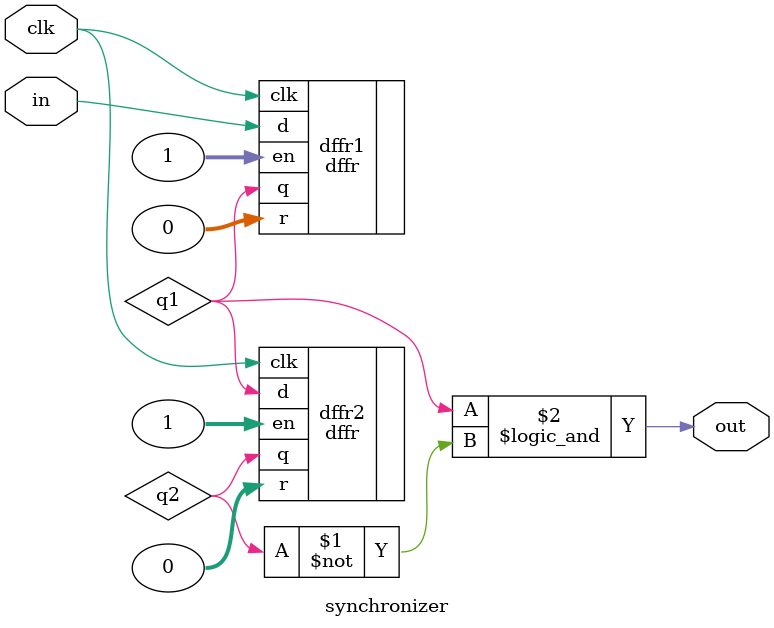
<source format=v>
module synchronizer(in, clk, out);
    input in, clk;
    output out;

    wire q1, q2;
    assign out = q1 && ~q2;

    dffr #(.n(1))dffr1(.r(0), .en(1), .clk(clk), .d(in), .q(q1));
    dffr #(.n(1))dffr2(.r(0), .en(1), .clk(clk), .d(q1), .q(q2));
endmodule
</source>
